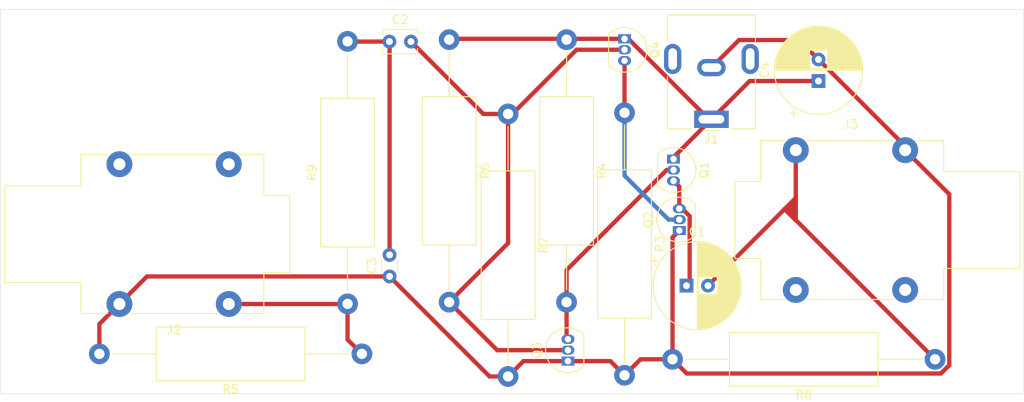
<source format=kicad_pcb>
(kicad_pcb (version 20241229) (generator "pcbnew") (generator_version "9.0")
  (layers (0 "F.Cu" signal) (2 "B.Cu" signal) (13 "F.Paste" user) (15 "B.Paste" user) (5 "F.SilkS" user "F.Silkscreen") (7 "B.SilkS" user "B.Silkscreen") (1 "F.Mask" user) (3 "B.Mask" user) (25 "Edge.Cuts" user))
  (net 0 "")
  (net 1 "Net-(Q1-E)")
  (net 2 "Net-(C2-Pad1)")
  (net 3 "Net-(Q3-B)")
  (net 4 "Net-(Q1-B)")
  (net 5 "Net-(Q2-B)")
  (net 6 "Net-(J2-PadT)")
  (net 7 "Net-(Q2-C)")
  (net 8 "Net-(Q1-C)")
  (net 9 "Net-(C1-Pad2)")
  (footprint "Resistor_THT:R_Axial_DIN0617_L17.0mm_D6.0mm_P30.48mm_Horizontal" (layer "F.Cu") (at 126.44 67.115 -90)
    (property "Reference" "R3" (at 15.24 -4.12 90) (layer "F.SilkS"))
    (property "Value" "2k")
    (pad "1" thru_hole circle (at 0 0 270) (size 2.4 2.4) (drill 1.2) (layers "*.Cu" "*.Mask") (net 5 "Net-(Q2-B)"))
    (pad "2" thru_hole oval (at 30.48 0 270) (size 2.4 2.4) (drill 1.2) (layers "*.Cu" "*.Mask") (net 7 "Net-(Q2-C)"))
  )
  (footprint "Package_TO_SOT_THT:TO-92_Inline" (layer "F.Cu") (at 132.8 80.79 90)
    (property "Reference" "Q2" (at 1.27 -3.56 90) (layer "F.SilkS"))
    (property "Value" "BC560")
    (pad "1" thru_hole rect (at 0 0 90) (size 1.05 1.5) (drill 0.75) (layers "*.Cu" "*.Mask") (net 7 "Net-(Q2-C)"))
    (pad "2" thru_hole oval (at 1.27 0 90) (size 1.05 1.5) (drill 0.75) (layers "*.Cu" "*.Mask") (net 5 "Net-(Q2-B)"))
    (pad "3" thru_hole oval (at 2.54 0 90) (size 1.05 1.5) (drill 0.75) (layers "*.Cu" "*.Mask") (net 1 "Net-(Q1-E)"))
  )
  (footprint "Capacitor_THT:CP_Radial_D10.0mm_P2.50mm" (layer "F.Cu") (at 133.63 87.19)
    (property "Reference" "C1" (at 1.25 -6.25 0) (layer "F.SilkS"))
    (property "Value" "100u")
    (pad "1" thru_hole rect (at 0 0) (size 1.6 1.6) (drill 0.8) (layers "*.Cu" "*.Mask") (net 1 "Net-(Q1-E)"))
    (pad "2" thru_hole circle (at 2.5 0) (size 1.6 1.6) (drill 0.8) (layers "*.Cu" "*.Mask") (net 9 "Net-(C1-Pad2)"))
  )
  (footprint "Resistor_THT:R_Axial_DIN0617_L17.0mm_D6.0mm_P30.48mm_Horizontal" (layer "F.Cu") (at 95.945 95.11 180)
    (property "Reference" "R5" (at 15.24 -4.12 0) (layer "F.SilkS"))
    (property "Value" "2 MEG")
    (pad "1" thru_hole circle (at 0 0 180) (size 2.4 2.4) (drill 1.2) (layers "*.Cu" "*.Mask") (net 6 "Net-(J2-PadT)"))
    (pad "2" thru_hole oval (at 30.48 0 180) (size 2.4 2.4) (drill 1.2) (layers "*.Cu" "*.Mask") (net 7 "Net-(Q2-C)"))
  )
  (footprint "Resistor_THT:R_Axial_DIN0617_L17.0mm_D6.0mm_P30.48mm_Horizontal" (layer "F.Cu") (at 106.08 58.625 -90)
    (property "Reference" "R6" (at 15.24 -4.12 90) (layer "F.SilkS"))
    (property "Value" "2 MEG")
    (pad "1" thru_hole circle (at 0 0 270) (size 2.4 2.4) (drill 1.2) (layers "*.Cu" "*.Mask") (net 8 "Net-(Q1-C)"))
    (pad "2" thru_hole oval (at 30.48 0 270) (size 2.4 2.4) (drill 1.2) (layers "*.Cu" "*.Mask") (net 3 "Net-(Q3-B)"))
  )
  (footprint "Resistor_THT:R_Axial_DIN0617_L17.0mm_D6.0mm_P30.48mm_Horizontal" (layer "F.Cu") (at 112.92 67.255 -90)
    (property "Reference" "R7" (at 15.24 -4.12 90) (layer "F.SilkS"))
    (property "Value" "2 MEG")
    (pad "1" thru_hole circle (at 0 0 270) (size 2.4 2.4) (drill 1.2) (layers "*.Cu" "*.Mask") (net 3 "Net-(Q3-B)"))
    (pad "2" thru_hole oval (at 30.48 0 270) (size 2.4 2.4) (drill 1.2) (layers "*.Cu" "*.Mask") (net 7 "Net-(Q2-C)"))
  )
  (footprint "Connector_Audio:Jack_6.35mm_Neutrik_NMJ4HFD2_Horizontal" (layer "F.Cu") (at 146.325 71.455)
    (property "Reference" "J3" (at 6.35 -3 0) (layer "F.SilkS"))
    (property "Value" "AudioJack2_Ground")
    (pad "S" thru_hole circle (at 12.7 0) (size 3 3) (drill 1.4) (layers "*.Cu" "*.Mask") (net 7 "Net-(Q2-C)"))
    (pad "SN" thru_hole circle (at 12.7 16.23) (size 3 3) (drill 1.4) (layers "*.Cu" "*.Mask"))
    (pad "T" thru_hole circle (at 0 0) (size 3 3) (drill 1.4) (layers "*.Cu" "*.Mask") (net 9 "Net-(C1-Pad2)"))
    (pad "TN" thru_hole circle (at 0 16.23) (size 3 3) (drill 1.4) (layers "*.Cu" "*.Mask"))
  )
  (footprint "Resistor_THT:R_Axial_DIN0617_L17.0mm_D6.0mm_P30.48mm_Horizontal" (layer "F.Cu") (at 119.71 58.625 -90)
    (property "Reference" "R4" (at 15.24 -4.12 90) (layer "F.SilkS"))
    (property "Value" "2k")
    (pad "1" thru_hole circle (at 0 0 270) (size 2.4 2.4) (drill 1.2) (layers "*.Cu" "*.Mask") (net 8 "Net-(Q1-C)"))
    (pad "2" thru_hole oval (at 30.48 0 270) (size 2.4 2.4) (drill 1.2) (layers "*.Cu" "*.Mask") (net 4 "Net-(Q1-B)"))
  )
  (footprint "Connector_BarrelJack:BarrelJack_CUI_PJ-063AH_Horizontal" (layer "F.Cu") (at 136.53 67.87 180)
    (property "Reference" "J1" (at 0 -2.3 0) (layer "F.SilkS"))
    (property "Value" "Jack-DC")
    (pad "" np_thru_hole circle (at 0 9 180) (size 1.6 1.6) (drill 1.6) (layers "*.Cu" "*.Mask"))
    (pad "1" thru_hole rect (at 0 0 180) (size 4 2) (drill oval 3 1) (layers "*.Cu" "*.Mask") (net 8 "Net-(Q1-C)"))
    (pad "2" thru_hole oval (at 0 6 180) (size 3.3 2) (drill oval 2.3 1) (layers "*.Cu" "*.Mask") (net 7 "Net-(Q2-C)"))
    (pad "MP" thru_hole oval (at -4.5 7 180) (size 2 3.5) (drill oval 1 2.5) (layers "*.Cu" "*.Mask"))
    (pad "MP" thru_hole oval (at 4.5 7 180) (size 2 3.5) (drill oval 1 2.5) (layers "*.Cu" "*.Mask"))
  )
  (footprint "Package_TO_SOT_THT:TO-92_Inline" (layer "F.Cu") (at 126.44 58.53 -90)
    (property "Reference" "Q4" (at 1.27 -3.56 90) (layer "F.SilkS"))
    (property "Value" "BC550")
    (pad "1" thru_hole rect (at 0 0 270) (size 1.05 1.5) (drill 0.75) (layers "*.Cu" "*.Mask") (net 8 "Net-(Q1-C)"))
    (pad "2" thru_hole oval (at 1.27 0 270) (size 1.05 1.5) (drill 0.75) (layers "*.Cu" "*.Mask") (net 3 "Net-(Q3-B)"))
    (pad "3" thru_hole oval (at 2.54 0 270) (size 1.05 1.5) (drill 0.75) (layers "*.Cu" "*.Mask") (net 5 "Net-(Q2-B)"))
  )
  (footprint "Capacitor_THT:C_Disc_D3.0mm_W1.6mm_P2.50mm" (layer "F.Cu") (at 99.16 86.12 90)
    (property "Reference" "C3" (at 1.25 -2.05 90) (layer "F.SilkS"))
    (property "Value" "2n2")
    (pad "1" thru_hole circle (at 0 0 90) (size 1.6 1.6) (drill 0.8) (layers "*.Cu" "*.Mask") (net 7 "Net-(Q2-C)"))
    (pad "2" thru_hole circle (at 2.5 0 90) (size 1.6 1.6) (drill 0.8) (layers "*.Cu" "*.Mask") (net 2 "Net-(C2-Pad1)"))
  )
  (footprint "Package_TO_SOT_THT:TO-92_Inline" (layer "F.Cu") (at 132.13 72.49 -90)
    (property "Reference" "Q1" (at 1.27 -3.56 90) (layer "F.SilkS"))
    (property "Value" "BC550")
    (pad "1" thru_hole rect (at 0 0 270) (size 1.05 1.5) (drill 0.75) (layers "*.Cu" "*.Mask") (net 8 "Net-(Q1-C)"))
    (pad "2" thru_hole oval (at 1.27 0 270) (size 1.05 1.5) (drill 0.75) (layers "*.Cu" "*.Mask") (net 4 "Net-(Q1-B)"))
    (pad "3" thru_hole oval (at 2.54 0 270) (size 1.05 1.5) (drill 0.75) (layers "*.Cu" "*.Mask") (net 1 "Net-(Q1-E)"))
  )
  (footprint "Capacitor_THT:CP_Radial_D10.0mm_P2.50mm" (layer "F.Cu") (at 148.96 63.43 90)
    (property "Reference" "C4" (at 1.25 -6.25 90) (layer "F.SilkS"))
    (property "Value" "100u")
    (pad "1" thru_hole rect (at 0 0 90) (size 1.6 1.6) (drill 0.8) (layers "*.Cu" "*.Mask") (net 8 "Net-(Q1-C)"))
    (pad "2" thru_hole circle (at 2.5 0 90) (size 1.6 1.6) (drill 0.8) (layers "*.Cu" "*.Mask") (net 7 "Net-(Q2-C)"))
  )
  (footprint "Resistor_THT:R_Axial_DIN0617_L17.0mm_D6.0mm_P30.48mm_Horizontal" (layer "F.Cu") (at 162.495 95.74 180)
    (property "Reference" "R8" (at 15.24 -4.12 0) (layer "F.SilkS"))
    (property "Value" "2 MEG")
    (pad "1" thru_hole circle (at 0 0 180) (size 2.4 2.4) (drill 1.2) (layers "*.Cu" "*.Mask") (net 9 "Net-(C1-Pad2)"))
    (pad "2" thru_hole oval (at 30.48 0 180) (size 2.4 2.4) (drill 1.2) (layers "*.Cu" "*.Mask") (net 7 "Net-(Q2-C)"))
  )
  (footprint "Package_TO_SOT_THT:TO-92_Inline" (layer "F.Cu") (at 119.87 95.95 90)
    (property "Reference" "Q3" (at 1.27 -3.56 90) (layer "F.SilkS"))
    (property "Value" "BC560")
    (pad "1" thru_hole rect (at 0 0 90) (size 1.05 1.5) (drill 0.75) (layers "*.Cu" "*.Mask") (net 7 "Net-(Q2-C)"))
    (pad "2" thru_hole oval (at 1.27 0 90) (size 1.05 1.5) (drill 0.75) (layers "*.Cu" "*.Mask") (net 3 "Net-(Q3-B)"))
    (pad "3" thru_hole oval (at 2.54 0 90) (size 1.05 1.5) (drill 0.75) (layers "*.Cu" "*.Mask") (net 4 "Net-(Q1-B)"))
  )
  (footprint "Capacitor_THT:C_Disc_D3.8mm_W2.6mm_P2.50mm" (layer "F.Cu") (at 99.14 58.85)
    (property "Reference" "C2" (at 1.25 -2.55 0) (layer "F.SilkS"))
    (property "Value" "100n")
    (pad "1" thru_hole circle (at 0 0) (size 1.6 1.6) (drill 0.8) (layers "*.Cu" "*.Mask") (net 2 "Net-(C2-Pad1)"))
    (pad "2" thru_hole circle (at 2.5 0) (size 1.6 1.6) (drill 0.8) (layers "*.Cu" "*.Mask") (net 3 "Net-(Q3-B)"))
  )
  (footprint "Resistor_THT:R_Axial_DIN0617_L17.0mm_D6.0mm_P30.48mm_Horizontal" (layer "F.Cu") (at 94.28 89.305 90)
    (property "Reference" "R9" (at 15.24 -4.12 90) (layer "F.SilkS"))
    (property "Value" "47")
    (pad "1" thru_hole circle (at 0 0 90) (size 2.4 2.4) (drill 1.2) (layers "*.Cu" "*.Mask") (net 6 "Net-(J2-PadT)"))
    (pad "2" thru_hole oval (at 30.48 0 90) (size 2.4 2.4) (drill 1.2) (layers "*.Cu" "*.Mask") (net 2 "Net-(C2-Pad1)"))
  )
  (footprint "Connector_Audio:Jack_6.35mm_Neutrik_NMJ4HFD2_Horizontal" (layer "F.Cu") (at 80.49 89.32 180)
    (property "Reference" "J2" (at 6.35 -3 0) (layer "F.SilkS"))
    (property "Value" "AudioJack2_Ground")
    (pad "S" thru_hole circle (at 12.7 0 180) (size 3 3) (drill 1.4) (layers "*.Cu" "*.Mask") (net 7 "Net-(Q2-C)"))
    (pad "SN" thru_hole circle (at 12.7 16.23 180) (size 3 3) (drill 1.4) (layers "*.Cu" "*.Mask"))
    (pad "T" thru_hole circle (at 0 0 180) (size 3 3) (drill 1.4) (layers "*.Cu" "*.Mask") (net 6 "Net-(J2-PadT)"))
    (pad "TN" thru_hole circle (at 0 16.23 180) (size 3 3) (drill 1.4) (layers "*.Cu" "*.Mask"))
  )
  (gr_rect (start 53.95 55.12) (end 172.8 99.74) (stroke (width 0.05)) (fill no) (layer "Edge.Cuts"))
  (segment (start 132.8 75.7) (end 132.13 75.03) (width 0.5) (layer "F.Cu") (net 1))
  (segment (start 134.001 86.819) (end 134.001 79.115728) (width 0.5) (layer "F.Cu") (net 1))
  (segment (start 133.63 87.19) (end 134.001 86.819) (width 0.5) (layer "F.Cu") (net 1))
  (segment (start 133.135272 78.25) (end 132.8 78.25) (width 0.5) (layer "F.Cu") (net 1))
  (segment (start 132.8 78.25) (end 132.8 75.7) (width 0.5) (layer "F.Cu") (net 1))
  (segment (start 134.001 79.115728) (end 133.135272 78.25) (width 0.5) (layer "F.Cu") (net 1))
  (segment (start 99.16 58.87) (end 99.14 58.85) (width 0.5) (layer "F.Cu") (net 2))
  (segment (start 99.14 58.85) (end 94.305 58.85) (width 0.5) (layer "F.Cu") (net 2))
  (segment (start 99.16 83.62) (end 99.16 58.87) (width 0.5) (layer "F.Cu") (net 2))
  (segment (start 94.305 58.85) (end 94.28 58.825) (width 0.5) (layer "F.Cu") (net 2))
  (segment (start 120.869867 59.8) (end 113.414867 67.255) (width 0.5) (layer "F.Cu") (net 3))
  (segment (start 106.08 89.105) (end 112.92 82.265) (width 0.5) (layer "F.Cu") (net 3))
  (segment (start 112.92 82.265) (end 112.92 67.255) (width 0.5) (layer "F.Cu") (net 3))
  (segment (start 101.64 58.85) (end 110.045 67.255) (width 0.5) (layer "F.Cu") (net 3))
  (segment (start 110.045 67.255) (end 112.92 67.255) (width 0.5) (layer "F.Cu") (net 3))
  (segment (start 111.655 94.68) (end 119.87 94.68) (width 0.5) (layer "F.Cu") (net 3))
  (segment (start 106.08 89.105) (end 111.655 94.68) (width 0.5) (layer "F.Cu") (net 3))
  (segment (start 113.414867 67.255) (end 112.92 67.255) (width 0.5) (layer "F.Cu") (net 3))
  (segment (start 126.44 59.8) (end 120.869867 59.8) (width 0.5) (layer "F.Cu") (net 3))
  (segment (start 131.33 73.76) (end 119.71 85.38) (width 0.5) (layer "F.Cu") (net 4))
  (segment (start 119.71 93.25) (end 119.87 93.41) (width 0.5) (layer "F.Cu") (net 4))
  (segment (start 119.71 85.38) (end 119.71 89.105) (width 0.5) (layer "F.Cu") (net 4))
  (segment (start 119.71 89.105) (end 119.71 93.25) (width 0.5) (layer "F.Cu") (net 4))
  (segment (start 132.13 73.76) (end 131.33 73.76) (width 0.5) (layer "F.Cu") (net 4))
  (segment (start 126.44 61.07) (end 126.44 67.115) (width 0.5) (layer "F.Cu") (net 5))
  (segment (start 131.55 79.52) (end 132.8 79.52) (width 0.5) (layer "B.Cu") (net 5))
  (segment (start 126.44 74.41) (end 131.55 79.52) (width 0.5) (layer "B.Cu") (net 5))
  (segment (start 126.44 67.115) (end 126.44 74.41) (width 0.5) (layer "B.Cu") (net 5))
  (segment (start 94.265 89.32) (end 80.49 89.32) (width 0.5) (layer "F.Cu") (net 6))
  (segment (start 95.945 95.11) (end 94.28 93.445) (width 0.5) (layer "F.Cu") (net 6))
  (segment (start 94.28 93.445) (end 94.28 89.305) (width 0.5) (layer "F.Cu") (net 6))
  (segment (start 94.28 89.305) (end 94.265 89.32) (width 0.5) (layer "F.Cu") (net 6))
  (segment (start 139.731 58.669) (end 136.53 61.87) (width 0.5) (layer "F.Cu") (net 7))
  (segment (start 148.96 60.93) (end 146.699 58.669) (width 0.5) (layer "F.Cu") (net 7))
  (segment (start 132.015 95.74) (end 128.295 95.74) (width 0.5) (layer "F.Cu") (net 7))
  (segment (start 99.16 86.12) (end 70.99 86.12) (width 0.5) (layer "F.Cu") (net 7))
  (segment (start 132.8 80.79) (end 132.015 81.575) (width 0.5) (layer "F.Cu") (net 7))
  (segment (start 119.87 95.95) (end 114.705 95.95) (width 0.5) (layer "F.Cu") (net 7))
  (segment (start 164.146 96.423867) (end 164.146 76.576) (width 0.5) (layer "F.Cu") (net 7))
  (segment (start 124.795 95.95) (end 126.44 97.595) (width 0.5) (layer "F.Cu") (net 7))
  (segment (start 110.775 97.735) (end 99.16 86.12) (width 0.5) (layer "F.Cu") (net 7))
  (segment (start 146.699 58.669) (end 139.731 58.669) (width 0.5) (layer "F.Cu") (net 7))
  (segment (start 164.146 76.576) (end 159.025 71.455) (width 0.5) (layer "F.Cu") (net 7))
  (segment (start 114.705 95.95) (end 112.92 97.735) (width 0.5) (layer "F.Cu") (net 7))
  (segment (start 148.96 60.93) (end 159.025 70.995) (width 0.5) (layer "F.Cu") (net 7))
  (segment (start 159.025 70.995) (end 159.025 71.455) (width 0.5) (layer "F.Cu") (net 7))
  (segment (start 67.79 89.32) (end 65.465 91.645) (width 0.5) (layer "F.Cu") (net 7))
  (segment (start 112.92 97.735) (end 110.775 97.735) (width 0.5) (layer "F.Cu") (net 7))
  (segment (start 70.99 86.12) (end 67.79 89.32) (width 0.5) (layer "F.Cu") (net 7))
  (segment (start 163.178867 97.391) (end 164.146 96.423867) (width 0.5) (layer "F.Cu") (net 7))
  (segment (start 132.015 95.74) (end 133.666 97.391) (width 0.5) (layer "F.Cu") (net 7))
  (segment (start 133.666 97.391) (end 163.178867 97.391) (width 0.5) (layer "F.Cu") (net 7))
  (segment (start 128.295 95.74) (end 126.44 97.595) (width 0.5) (layer "F.Cu") (net 7))
  (segment (start 132.015 81.575) (end 132.015 95.74) (width 0.5) (layer "F.Cu") (net 7))
  (segment (start 119.87 95.95) (end 124.795 95.95) (width 0.5) (layer "F.Cu") (net 7))
  (segment (start 65.465 91.645) (end 65.465 95.11) (width 0.5) (layer "F.Cu") (net 7))
  (segment (start 136.227976 67.87) (end 136.53 67.87) (width 0.5) (layer "F.Cu") (net 8))
  (segment (start 148.96 63.43) (end 140.97 63.43) (width 0.5) (layer "F.Cu") (net 8))
  (segment (start 140.97 63.43) (end 136.53 67.87) (width 0.5) (layer "F.Cu") (net 8))
  (segment (start 136.53 67.87) (end 132.13 72.27) (width 0.5) (layer "F.Cu") (net 8))
  (segment (start 126.44 58.53) (end 126.887976 58.53) (width 0.5) (layer "F.Cu") (net 8))
  (segment (start 126.44 58.53) (end 106.175 58.53) (width 0.5) (layer "F.Cu") (net 8))
  (segment (start 126.887976 58.53) (end 136.227976 67.87) (width 0.5) (layer "F.Cu") (net 8))
  (segment (start 106.08 58.625) (end 119.71 58.625) (width 0.2) (layer "F.Cu") (net 8))
  (segment (start 132.13 72.27) (end 132.13 72.49) (width 0.5) (layer "F.Cu") (net 8))
  (segment (start 106.175 58.53) (end 106.08 58.625) (width 0.5) (layer "F.Cu") (net 8))
  (segment (start 146.325 76.995) (end 145.02 78.3) (width 0.5) (layer "F.Cu") (net 9))
  (segment (start 146.325 78.9) (end 146.325 76.995) (width 0.5) (layer "F.Cu") (net 9))
  (segment (start 162.495 95.74) (end 146.325 79.57) (width 0.5) (layer "F.Cu") (net 9))
  (segment (start 146.325 79.57) (end 146.325 78.9) (width 0.5) (layer "F.Cu") (net 9))
  (segment (start 145.56 78.33) (end 145.56 78.28) (width 0.5) (layer "F.Cu") (net 9))
  (segment (start 146.325 71.455) (end 146.325 76.995) (width 0.5) (layer "F.Cu") (net 9))
  (segment (start 145.02 78.3) (end 136.13 87.19) (width 0.5) (layer "F.Cu") (net 9))
  (segment (start 146.29 79.57) (end 145.02 78.3) (width 0.5) (layer "F.Cu") (net 9))
  (segment (start 146.13 78.9) (end 145.56 78.33) (width 0.5) (layer "F.Cu") (net 9))
  (segment (start 146.04 77.8) (end 146.04 78.36) (width 0.5) (layer "F.Cu") (net 9))
  (segment (start 146.325 79.57) (end 146.29 79.57) (width 0.5) (layer "F.Cu") (net 9))
  (segment (start 145.56 78.28) (end 146.04 77.8) (width 0.5) (layer "F.Cu") (net 9))
  (segment (start 146.325 78.9) (end 146.13 78.9) (width 0.5) (layer "F.Cu") (net 9))
)
</source>
